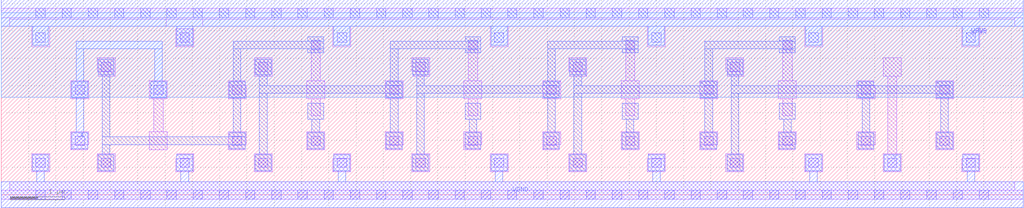
<source format=lef>
VERSION 5.7 ;
  NOWIREEXTENSIONATPIN ON ;
  DIVIDERCHAR "/" ;
  BUSBITCHARS "[]" ;
MACRO CLKBUF2
  CLASS CORE ;
  FOREIGN CLKBUF2 ;
  ORIGIN 0.000 0.000 ;
  SIZE 18.720 BY 3.330 ;
  SYMMETRY X Y ;
  SITE unit ;
  PIN A
    ANTENNAGATEAREA 0.378000 ;
    PORT
      LAYER met1 ;
        RECT 1.370 2.675 2.950 2.815 ;
        RECT 1.370 2.070 1.510 2.675 ;
        RECT 2.810 2.070 2.950 2.675 ;
        RECT 1.295 1.780 1.585 2.070 ;
        RECT 2.735 1.780 3.025 2.070 ;
        RECT 1.370 1.135 1.510 1.780 ;
        RECT 1.295 0.845 1.585 1.135 ;
    END
  END A
  PIN VGND
    ANTENNADIFFAREA 3.514700 ;
    PORT
      LAYER met1 ;
        RECT 0.575 0.440 0.865 0.730 ;
        RECT 3.215 0.440 3.505 0.730 ;
        RECT 6.095 0.440 6.385 0.730 ;
        RECT 8.975 0.440 9.265 0.730 ;
        RECT 11.855 0.440 12.145 0.730 ;
        RECT 14.735 0.440 15.025 0.730 ;
        RECT 17.615 0.440 17.905 0.730 ;
        RECT 0.650 0.240 0.790 0.440 ;
        RECT 3.290 0.240 3.430 0.440 ;
        RECT 6.170 0.240 6.310 0.440 ;
        RECT 9.050 0.240 9.190 0.440 ;
        RECT 11.930 0.240 12.070 0.440 ;
        RECT 14.810 0.240 14.950 0.440 ;
        RECT 17.690 0.240 17.830 0.440 ;
        RECT 0.000 -0.240 18.720 0.240 ;
    END
    PORT
      LAYER met1 ;
        RECT 0.000 3.090 18.720 3.570 ;
        RECT 0.575 2.735 0.865 3.090 ;
        RECT 3.215 2.735 3.505 3.090 ;
        RECT 6.095 2.735 6.385 3.090 ;
        RECT 8.975 2.735 9.265 3.090 ;
        RECT 11.855 2.735 12.145 3.090 ;
        RECT 14.735 2.735 15.025 3.090 ;
        RECT 17.615 2.735 17.905 3.090 ;
    END
  END VGND
  PIN VPWR
    ANTENNADIFFAREA 5.661600 ;
    PORT
      LAYER li1 ;
        RECT 0.000 3.245 18.720 3.415 ;
        RECT 0.155 3.215 18.565 3.245 ;
        RECT 0.155 3.090 3.025 3.215 ;
        RECT 3.695 3.090 18.565 3.215 ;
        RECT 0.555 2.715 0.885 3.090 ;
        RECT 6.075 2.715 6.405 3.090 ;
        RECT 8.955 2.715 9.285 3.090 ;
        RECT 11.835 2.715 12.165 3.090 ;
        RECT 14.715 2.715 15.045 3.090 ;
        RECT 17.595 2.715 17.925 3.090 ;
      LAYER mcon ;
        RECT 0.635 3.245 0.805 3.415 ;
        RECT 1.115 3.245 1.285 3.415 ;
        RECT 1.595 3.245 1.765 3.415 ;
        RECT 2.075 3.245 2.245 3.415 ;
        RECT 2.555 3.245 2.725 3.415 ;
        RECT 3.035 3.245 3.205 3.415 ;
        RECT 3.515 3.245 3.685 3.415 ;
        RECT 3.995 3.245 4.165 3.415 ;
        RECT 4.475 3.245 4.645 3.415 ;
        RECT 4.955 3.245 5.125 3.415 ;
        RECT 5.435 3.245 5.605 3.415 ;
        RECT 5.915 3.245 6.085 3.415 ;
        RECT 6.395 3.245 6.565 3.415 ;
        RECT 6.875 3.245 7.045 3.415 ;
        RECT 7.355 3.245 7.525 3.415 ;
        RECT 7.835 3.245 8.005 3.415 ;
        RECT 8.315 3.245 8.485 3.415 ;
        RECT 8.795 3.245 8.965 3.415 ;
        RECT 9.275 3.245 9.445 3.415 ;
        RECT 9.755 3.245 9.925 3.415 ;
        RECT 10.235 3.245 10.405 3.415 ;
        RECT 10.715 3.245 10.885 3.415 ;
        RECT 11.195 3.245 11.365 3.415 ;
        RECT 11.675 3.245 11.845 3.415 ;
        RECT 12.155 3.245 12.325 3.415 ;
        RECT 12.635 3.245 12.805 3.415 ;
        RECT 13.115 3.245 13.285 3.415 ;
        RECT 13.595 3.245 13.765 3.415 ;
        RECT 14.075 3.245 14.245 3.415 ;
        RECT 14.555 3.245 14.725 3.415 ;
        RECT 15.035 3.245 15.205 3.415 ;
        RECT 15.515 3.245 15.685 3.415 ;
        RECT 15.995 3.245 16.165 3.415 ;
        RECT 16.475 3.245 16.645 3.415 ;
        RECT 16.955 3.245 17.125 3.415 ;
        RECT 17.435 3.245 17.605 3.415 ;
        RECT 17.915 3.245 18.085 3.415 ;
        RECT 0.635 2.795 0.805 2.965 ;
        RECT 6.155 2.795 6.325 2.965 ;
        RECT 9.035 2.795 9.205 2.965 ;
        RECT 11.915 2.795 12.085 2.965 ;
        RECT 14.795 2.795 14.965 2.965 ;
        RECT 17.675 2.795 17.845 2.965 ;
    END
  END VPWR
  PIN Y
    ANTENNADIFFAREA 1.661650 ;
    PORT
      LAYER met1 ;
        RECT 16.175 0.440 16.465 0.730 ;
    END
  END Y
  OBS
      LAYER nwell ;
        RECT 0.000 1.790 18.720 3.330 ;
      LAYER li1 ;
        RECT 3.195 2.715 3.525 3.045 ;
        RECT 1.755 2.260 2.085 2.505 ;
        RECT 1.775 2.175 2.085 2.260 ;
        RECT 4.635 2.175 4.965 2.505 ;
        RECT 5.675 2.090 5.845 2.830 ;
        RECT 7.515 2.260 7.845 2.505 ;
        RECT 7.535 2.175 7.845 2.260 ;
        RECT 8.555 2.090 8.725 2.830 ;
        RECT 10.395 2.260 10.725 2.505 ;
        RECT 10.415 2.175 10.725 2.260 ;
        RECT 11.435 2.090 11.605 2.830 ;
        RECT 13.275 2.260 13.605 2.505 ;
        RECT 13.295 2.175 13.605 2.260 ;
        RECT 14.315 2.090 14.485 2.830 ;
        RECT 16.155 2.175 16.485 2.505 ;
        RECT 1.275 1.760 1.605 2.090 ;
        RECT 2.715 1.760 3.045 2.090 ;
        RECT 4.155 2.005 4.465 2.090 ;
        RECT 4.155 1.760 4.485 2.005 ;
        RECT 5.595 1.760 5.925 2.090 ;
        RECT 7.035 1.760 7.365 2.090 ;
        RECT 8.475 1.760 8.805 2.090 ;
        RECT 9.915 1.760 10.245 2.090 ;
        RECT 11.355 1.760 11.685 2.090 ;
        RECT 12.795 1.760 13.125 2.090 ;
        RECT 14.235 1.760 14.565 2.090 ;
        RECT 15.675 2.005 15.985 2.090 ;
        RECT 15.675 1.760 16.005 2.005 ;
        RECT 2.795 1.155 2.965 1.760 ;
        RECT 5.675 1.445 5.845 1.760 ;
        RECT 8.555 1.445 8.725 1.760 ;
        RECT 11.435 1.445 11.605 1.760 ;
        RECT 14.315 1.445 14.485 1.760 ;
        RECT 1.275 0.920 1.605 1.155 ;
        RECT 1.275 0.825 1.585 0.920 ;
        RECT 2.715 0.825 3.045 1.155 ;
        RECT 4.155 0.920 4.485 1.155 ;
        RECT 4.155 0.825 4.465 0.920 ;
        RECT 5.595 0.825 5.925 1.155 ;
        RECT 7.035 0.920 7.365 1.155 ;
        RECT 8.475 0.920 8.805 1.155 ;
        RECT 9.915 0.920 10.245 1.155 ;
        RECT 7.035 0.825 7.345 0.920 ;
        RECT 8.475 0.825 8.785 0.920 ;
        RECT 9.915 0.825 10.225 0.920 ;
        RECT 11.355 0.825 11.685 1.155 ;
        RECT 12.795 0.920 13.125 1.155 ;
        RECT 14.235 0.920 14.565 1.155 ;
        RECT 15.675 0.920 16.005 1.155 ;
        RECT 12.795 0.825 13.105 0.920 ;
        RECT 14.235 0.825 14.545 0.920 ;
        RECT 15.675 0.825 15.985 0.920 ;
        RECT 16.235 0.750 16.405 2.175 ;
        RECT 17.115 1.760 17.445 2.090 ;
        RECT 17.115 0.825 17.445 1.155 ;
        RECT 0.555 0.420 0.885 0.750 ;
        RECT 1.755 0.420 2.085 0.750 ;
        RECT 3.215 0.655 3.525 0.750 ;
        RECT 3.195 0.420 3.525 0.655 ;
        RECT 4.635 0.420 4.965 0.750 ;
        RECT 6.095 0.655 6.405 0.750 ;
        RECT 6.075 0.420 6.405 0.655 ;
        RECT 7.515 0.420 7.845 0.750 ;
        RECT 8.955 0.420 9.285 0.750 ;
        RECT 10.395 0.420 10.725 0.750 ;
        RECT 11.855 0.655 12.165 0.750 ;
        RECT 11.835 0.420 12.165 0.655 ;
        RECT 13.275 0.420 13.605 0.750 ;
        RECT 14.715 0.420 15.045 0.750 ;
        RECT 16.155 0.420 16.485 0.750 ;
        RECT 17.615 0.655 17.925 0.750 ;
        RECT 17.595 0.420 17.925 0.655 ;
        RECT 0.155 0.085 18.565 0.240 ;
        RECT 0.000 -0.085 18.720 0.085 ;
      LAYER mcon ;
        RECT 3.275 2.795 3.445 2.965 ;
        RECT 5.675 2.660 5.845 2.830 ;
        RECT 1.835 2.255 2.005 2.425 ;
        RECT 4.715 2.255 4.885 2.425 ;
        RECT 8.555 2.660 8.725 2.830 ;
        RECT 7.595 2.255 7.765 2.425 ;
        RECT 11.435 2.660 11.605 2.830 ;
        RECT 10.475 2.255 10.645 2.425 ;
        RECT 14.315 2.660 14.485 2.830 ;
        RECT 13.355 2.255 13.525 2.425 ;
        RECT 1.355 1.840 1.525 2.010 ;
        RECT 2.795 1.840 2.965 2.010 ;
        RECT 4.235 1.840 4.405 2.010 ;
        RECT 7.115 1.840 7.285 2.010 ;
        RECT 9.995 1.840 10.165 2.010 ;
        RECT 12.875 1.840 13.045 2.010 ;
        RECT 15.755 1.840 15.925 2.010 ;
        RECT 1.355 0.905 1.525 1.075 ;
        RECT 4.235 0.905 4.405 1.075 ;
        RECT 5.675 0.905 5.845 1.075 ;
        RECT 7.115 0.905 7.285 1.075 ;
        RECT 8.555 0.905 8.725 1.075 ;
        RECT 9.995 0.905 10.165 1.075 ;
        RECT 11.435 0.905 11.605 1.075 ;
        RECT 12.875 0.905 13.045 1.075 ;
        RECT 14.315 0.905 14.485 1.075 ;
        RECT 15.755 0.905 15.925 1.075 ;
        RECT 17.195 1.840 17.365 2.010 ;
        RECT 17.195 0.905 17.365 1.075 ;
        RECT 0.635 0.500 0.805 0.670 ;
        RECT 1.835 0.500 2.005 0.670 ;
        RECT 3.275 0.500 3.445 0.670 ;
        RECT 4.715 0.500 4.885 0.670 ;
        RECT 6.155 0.500 6.325 0.670 ;
        RECT 7.595 0.500 7.765 0.670 ;
        RECT 9.035 0.500 9.205 0.670 ;
        RECT 10.475 0.500 10.645 0.670 ;
        RECT 11.915 0.500 12.085 0.670 ;
        RECT 13.355 0.500 13.525 0.670 ;
        RECT 14.795 0.500 14.965 0.670 ;
        RECT 16.235 0.500 16.405 0.670 ;
        RECT 17.675 0.500 17.845 0.670 ;
        RECT 0.635 -0.085 0.805 0.085 ;
        RECT 1.115 -0.085 1.285 0.085 ;
        RECT 1.595 -0.085 1.765 0.085 ;
        RECT 2.075 -0.085 2.245 0.085 ;
        RECT 2.555 -0.085 2.725 0.085 ;
        RECT 3.035 -0.085 3.205 0.085 ;
        RECT 3.515 -0.085 3.685 0.085 ;
        RECT 3.995 -0.085 4.165 0.085 ;
        RECT 4.475 -0.085 4.645 0.085 ;
        RECT 4.955 -0.085 5.125 0.085 ;
        RECT 5.435 -0.085 5.605 0.085 ;
        RECT 5.915 -0.085 6.085 0.085 ;
        RECT 6.395 -0.085 6.565 0.085 ;
        RECT 6.875 -0.085 7.045 0.085 ;
        RECT 7.355 -0.085 7.525 0.085 ;
        RECT 7.835 -0.085 8.005 0.085 ;
        RECT 8.315 -0.085 8.485 0.085 ;
        RECT 8.795 -0.085 8.965 0.085 ;
        RECT 9.275 -0.085 9.445 0.085 ;
        RECT 9.755 -0.085 9.925 0.085 ;
        RECT 10.235 -0.085 10.405 0.085 ;
        RECT 10.715 -0.085 10.885 0.085 ;
        RECT 11.195 -0.085 11.365 0.085 ;
        RECT 11.675 -0.085 11.845 0.085 ;
        RECT 12.155 -0.085 12.325 0.085 ;
        RECT 12.635 -0.085 12.805 0.085 ;
        RECT 13.115 -0.085 13.285 0.085 ;
        RECT 13.595 -0.085 13.765 0.085 ;
        RECT 14.075 -0.085 14.245 0.085 ;
        RECT 14.555 -0.085 14.725 0.085 ;
        RECT 15.035 -0.085 15.205 0.085 ;
        RECT 15.515 -0.085 15.685 0.085 ;
        RECT 15.995 -0.085 16.165 0.085 ;
        RECT 16.475 -0.085 16.645 0.085 ;
        RECT 16.955 -0.085 17.125 0.085 ;
        RECT 17.435 -0.085 17.605 0.085 ;
        RECT 17.915 -0.085 18.085 0.085 ;
      LAYER met1 ;
        RECT 5.615 2.815 5.905 2.890 ;
        RECT 8.495 2.815 8.785 2.890 ;
        RECT 11.375 2.815 11.665 2.890 ;
        RECT 14.255 2.815 14.545 2.890 ;
        RECT 4.250 2.675 5.905 2.815 ;
        RECT 1.775 2.195 2.065 2.485 ;
        RECT 1.850 1.060 1.990 2.195 ;
        RECT 4.250 2.070 4.390 2.675 ;
        RECT 5.615 2.600 5.905 2.675 ;
        RECT 7.130 2.675 8.785 2.815 ;
        RECT 4.655 2.195 4.945 2.485 ;
        RECT 4.175 1.780 4.465 2.070 ;
        RECT 4.730 1.995 4.870 2.195 ;
        RECT 7.130 2.070 7.270 2.675 ;
        RECT 8.495 2.600 8.785 2.675 ;
        RECT 10.010 2.675 11.665 2.815 ;
        RECT 7.535 2.195 7.825 2.485 ;
        RECT 7.055 1.995 7.345 2.070 ;
        RECT 4.730 1.855 7.345 1.995 ;
        RECT 4.250 1.135 4.390 1.780 ;
        RECT 4.175 1.060 4.465 1.135 ;
        RECT 1.850 0.920 4.465 1.060 ;
        RECT 1.850 0.730 1.990 0.920 ;
        RECT 4.175 0.845 4.465 0.920 ;
        RECT 4.730 0.730 4.870 1.855 ;
        RECT 7.055 1.780 7.345 1.855 ;
        RECT 7.610 1.995 7.750 2.195 ;
        RECT 10.010 2.070 10.150 2.675 ;
        RECT 11.375 2.600 11.665 2.675 ;
        RECT 12.890 2.675 14.545 2.815 ;
        RECT 10.415 2.195 10.705 2.485 ;
        RECT 9.935 1.995 10.225 2.070 ;
        RECT 7.610 1.855 10.225 1.995 ;
        RECT 5.615 1.385 5.905 1.675 ;
        RECT 5.690 1.135 5.830 1.385 ;
        RECT 7.130 1.135 7.270 1.780 ;
        RECT 5.615 0.845 5.905 1.135 ;
        RECT 7.055 0.845 7.345 1.135 ;
        RECT 7.610 0.730 7.750 1.855 ;
        RECT 9.935 1.780 10.225 1.855 ;
        RECT 10.490 1.995 10.630 2.195 ;
        RECT 12.890 2.070 13.030 2.675 ;
        RECT 14.255 2.600 14.545 2.675 ;
        RECT 13.295 2.195 13.585 2.485 ;
        RECT 12.815 1.995 13.105 2.070 ;
        RECT 10.490 1.855 13.105 1.995 ;
        RECT 8.495 1.385 8.785 1.675 ;
        RECT 8.570 1.135 8.710 1.385 ;
        RECT 10.010 1.135 10.150 1.780 ;
        RECT 8.495 0.845 8.785 1.135 ;
        RECT 9.935 0.845 10.225 1.135 ;
        RECT 10.490 0.730 10.630 1.855 ;
        RECT 12.815 1.780 13.105 1.855 ;
        RECT 13.370 1.995 13.510 2.195 ;
        RECT 15.695 1.995 15.985 2.070 ;
        RECT 17.135 1.995 17.425 2.070 ;
        RECT 13.370 1.855 17.425 1.995 ;
        RECT 11.375 1.385 11.665 1.675 ;
        RECT 11.450 1.135 11.590 1.385 ;
        RECT 12.890 1.135 13.030 1.780 ;
        RECT 11.375 0.845 11.665 1.135 ;
        RECT 12.815 0.845 13.105 1.135 ;
        RECT 13.370 0.730 13.510 1.855 ;
        RECT 15.695 1.780 15.985 1.855 ;
        RECT 17.135 1.780 17.425 1.855 ;
        RECT 14.255 1.385 14.545 1.675 ;
        RECT 14.330 1.135 14.470 1.385 ;
        RECT 15.770 1.135 15.910 1.780 ;
        RECT 17.210 1.135 17.350 1.780 ;
        RECT 14.255 0.845 14.545 1.135 ;
        RECT 15.695 0.845 15.985 1.135 ;
        RECT 17.135 0.845 17.425 1.135 ;
        RECT 1.775 0.440 2.065 0.730 ;
        RECT 4.655 0.440 4.945 0.730 ;
        RECT 7.535 0.440 7.825 0.730 ;
        RECT 10.415 0.440 10.705 0.730 ;
        RECT 13.295 0.440 13.585 0.730 ;
  END
END CLKBUF2
END LIBRARY


</source>
